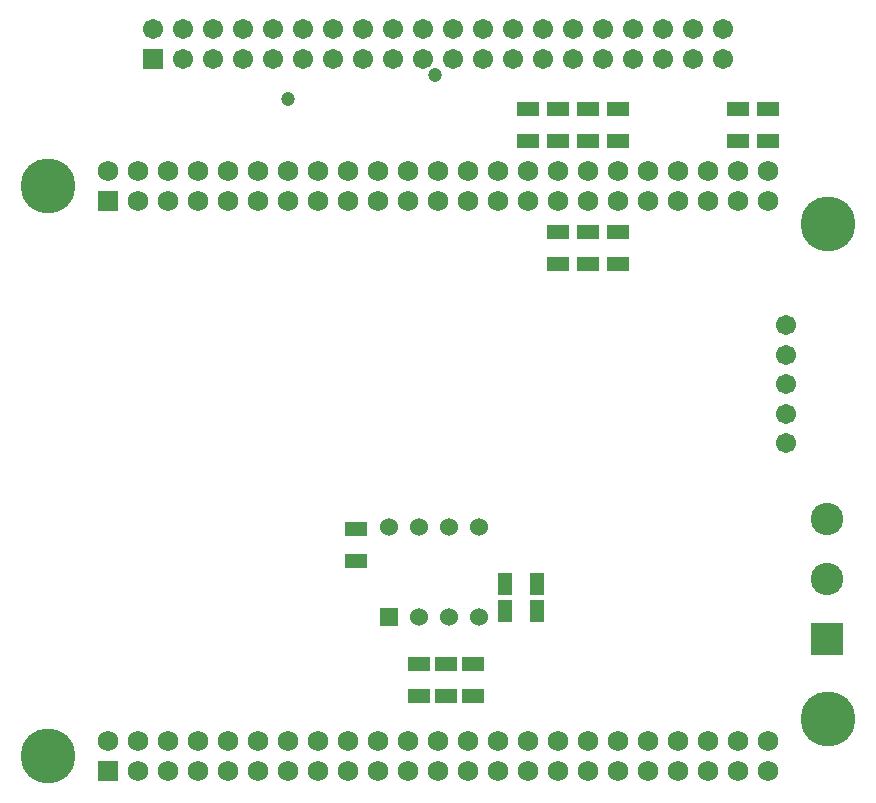
<source format=gts>
G04*
G04 #@! TF.GenerationSoftware,Altium Limited,Altium Designer,20.0.7 (75)*
G04*
G04 Layer_Color=8388736*
%FSLAX44Y44*%
%MOMM*%
G71*
G01*
G75*
%ADD17R,1.9032X1.3032*%
%ADD18R,1.3032X1.9032*%
%ADD19C,1.7272*%
%ADD20R,1.7272X1.7272*%
%ADD21C,1.7032*%
%ADD22R,1.7032X1.7032*%
%ADD23C,1.5240*%
%ADD24R,2.7432X2.7432*%
%ADD25C,2.7432*%
%ADD26R,1.5240X1.5240*%
%ADD27C,4.6482*%
%ADD28C,1.2032*%
D17*
X552450Y579920D02*
D03*
Y552920D02*
D03*
X577850D02*
D03*
Y579920D02*
D03*
X755650D02*
D03*
Y552920D02*
D03*
X730250Y579920D02*
D03*
Y552920D02*
D03*
X628650Y579920D02*
D03*
Y552920D02*
D03*
X603250D02*
D03*
Y579920D02*
D03*
X628650Y448780D02*
D03*
Y475780D02*
D03*
X603250D02*
D03*
Y448780D02*
D03*
X577850Y475780D02*
D03*
Y448780D02*
D03*
X505460Y83020D02*
D03*
Y110020D02*
D03*
X459740D02*
D03*
Y83020D02*
D03*
X482600D02*
D03*
Y110020D02*
D03*
X406400Y224320D02*
D03*
Y197320D02*
D03*
D18*
X559600Y177800D02*
D03*
X532600D02*
D03*
Y154940D02*
D03*
X559600D02*
D03*
D19*
X755650Y44450D02*
D03*
Y19050D02*
D03*
X730250Y44450D02*
D03*
Y19050D02*
D03*
X704850Y44450D02*
D03*
Y19050D02*
D03*
X679450Y44450D02*
D03*
Y19050D02*
D03*
X654050Y44450D02*
D03*
Y19050D02*
D03*
X628650Y44450D02*
D03*
Y19050D02*
D03*
X603250Y44450D02*
D03*
Y19050D02*
D03*
X577850Y44450D02*
D03*
Y19050D02*
D03*
X552450Y44450D02*
D03*
Y19050D02*
D03*
X527050Y44450D02*
D03*
Y19050D02*
D03*
X501650Y44450D02*
D03*
Y19050D02*
D03*
X476250Y44450D02*
D03*
Y19050D02*
D03*
X450850Y44450D02*
D03*
Y19050D02*
D03*
X425450Y44450D02*
D03*
Y19050D02*
D03*
X400050Y44450D02*
D03*
Y19050D02*
D03*
X374650Y44450D02*
D03*
Y19050D02*
D03*
X349250Y44450D02*
D03*
Y19050D02*
D03*
X323850Y44450D02*
D03*
Y19050D02*
D03*
X298450Y44450D02*
D03*
Y19050D02*
D03*
X273050Y44450D02*
D03*
Y19050D02*
D03*
X247650Y44450D02*
D03*
Y19050D02*
D03*
X222250Y44450D02*
D03*
Y19050D02*
D03*
X196850Y44450D02*
D03*
Y527050D02*
D03*
X222250Y501650D02*
D03*
Y527050D02*
D03*
X247650Y501650D02*
D03*
Y527050D02*
D03*
X273050Y501650D02*
D03*
Y527050D02*
D03*
X298450Y501650D02*
D03*
Y527050D02*
D03*
X323850Y501650D02*
D03*
Y527050D02*
D03*
X349250Y501650D02*
D03*
Y527050D02*
D03*
X374650Y501650D02*
D03*
Y527050D02*
D03*
X400050Y501650D02*
D03*
Y527050D02*
D03*
X425450Y501650D02*
D03*
Y527050D02*
D03*
X450850Y501650D02*
D03*
Y527050D02*
D03*
X476250Y501650D02*
D03*
Y527050D02*
D03*
X501650Y501650D02*
D03*
Y527050D02*
D03*
X527050Y501650D02*
D03*
Y527050D02*
D03*
X552450Y501650D02*
D03*
Y527050D02*
D03*
X577850Y501650D02*
D03*
Y527050D02*
D03*
X603250Y501650D02*
D03*
Y527050D02*
D03*
X628650Y501650D02*
D03*
Y527050D02*
D03*
X654050Y501650D02*
D03*
Y527050D02*
D03*
X679450Y501650D02*
D03*
Y527050D02*
D03*
X704850Y501650D02*
D03*
Y527050D02*
D03*
X730250Y501650D02*
D03*
Y527050D02*
D03*
X755650Y501650D02*
D03*
Y527050D02*
D03*
D20*
X196850Y19050D02*
D03*
Y501650D02*
D03*
D21*
X717550Y647700D02*
D03*
Y622300D02*
D03*
X692150Y647700D02*
D03*
Y622300D02*
D03*
X666750Y647700D02*
D03*
Y622300D02*
D03*
X641350Y647700D02*
D03*
Y622300D02*
D03*
X615950Y647700D02*
D03*
Y622300D02*
D03*
X590550Y647700D02*
D03*
Y622300D02*
D03*
X565150Y647700D02*
D03*
Y622300D02*
D03*
X539750Y647700D02*
D03*
Y622300D02*
D03*
X514350Y647700D02*
D03*
Y622300D02*
D03*
X488950Y647700D02*
D03*
Y622300D02*
D03*
X463550Y647700D02*
D03*
Y622300D02*
D03*
X438150Y647700D02*
D03*
Y622300D02*
D03*
X412750Y647700D02*
D03*
Y622300D02*
D03*
X387350Y647700D02*
D03*
Y622300D02*
D03*
X361950Y647700D02*
D03*
Y622300D02*
D03*
X336550Y647700D02*
D03*
Y622300D02*
D03*
X311150Y647700D02*
D03*
Y622300D02*
D03*
X285750Y647700D02*
D03*
Y622300D02*
D03*
X260350Y647700D02*
D03*
Y622300D02*
D03*
X234950Y647700D02*
D03*
X770890Y371710D02*
D03*
Y346710D02*
D03*
Y296710D02*
D03*
Y321710D02*
D03*
Y396710D02*
D03*
D22*
X234950Y622300D02*
D03*
D23*
X459740Y226060D02*
D03*
X485140D02*
D03*
X459740Y149860D02*
D03*
X485140D02*
D03*
X510540D02*
D03*
Y226060D02*
D03*
X434340D02*
D03*
D24*
X805180Y130810D02*
D03*
D25*
Y181610D02*
D03*
Y232410D02*
D03*
D26*
X434340Y149860D02*
D03*
D27*
X146050Y514350D02*
D03*
X806450Y482600D02*
D03*
Y63500D02*
D03*
X146050Y31750D02*
D03*
D28*
X349250Y588010D02*
D03*
X473710Y608330D02*
D03*
M02*

</source>
